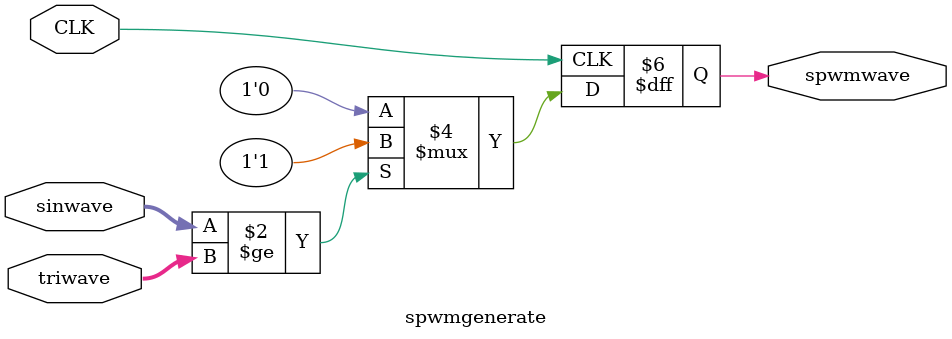
<source format=v>
`timescale 1ns / 1ps


module spwmgenerate(
    input CLK,
    input [7:0] triwave,
    input [7:0] sinwave,
    output reg spwmwave
    );
    always @ (posedge CLK)
    begin
        if (sinwave >= triwave)
            spwmwave <= 1'd1;
        else
            spwmwave <= 1'd0;
    end
endmodule

</source>
